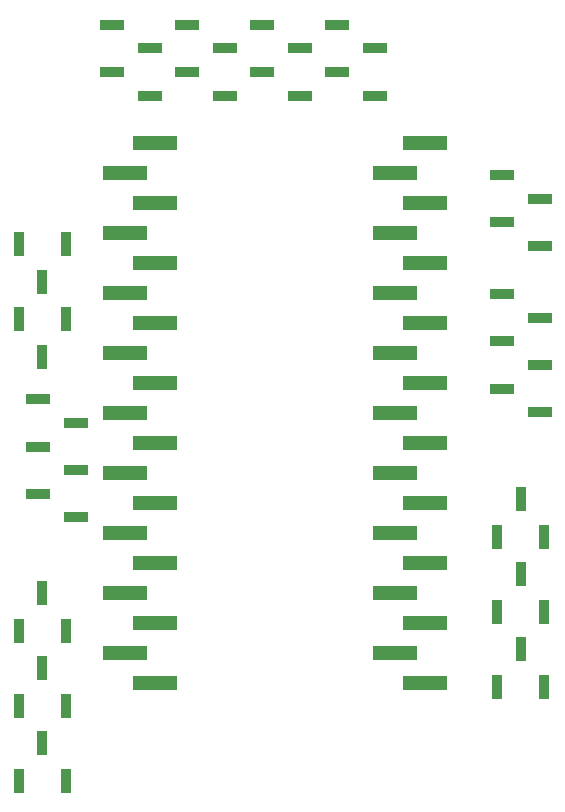
<source format=gbr>
%TF.GenerationSoftware,KiCad,Pcbnew,9.0.5*%
%TF.CreationDate,2025-12-13T17:10:17-05:00*%
%TF.ProjectId,esp32_breakout,65737033-325f-4627-9265-616b6f75742e,rev?*%
%TF.SameCoordinates,Original*%
%TF.FileFunction,Paste,Top*%
%TF.FilePolarity,Positive*%
%FSLAX46Y46*%
G04 Gerber Fmt 4.6, Leading zero omitted, Abs format (unit mm)*
G04 Created by KiCad (PCBNEW 9.0.5) date 2025-12-13 17:10:17*
%MOMM*%
%LPD*%
G01*
G04 APERTURE LIST*
%ADD10R,0.900000X2.000000*%
%ADD11R,3.810000X1.270000*%
%ADD12R,2.000000X0.900000*%
G04 APERTURE END LIST*
D10*
%TO.C,A4*%
X6445000Y-66040000D03*
X4445000Y-62840000D03*
X2445000Y-66040000D03*
%TD*%
%TO.C,A3*%
X6445000Y-59690000D03*
X4445000Y-56490000D03*
X2445000Y-59690000D03*
%TD*%
%TO.C,A2*%
X6445000Y-53340000D03*
X4445000Y-50140000D03*
X2445000Y-53340000D03*
%TD*%
D11*
%TO.C,U1*%
X13970000Y-12065000D03*
X11430000Y-14605000D03*
X13970000Y-17145000D03*
X11430000Y-19685000D03*
X13970000Y-22225000D03*
X11430000Y-24765000D03*
X13970000Y-27305000D03*
X11430000Y-29845000D03*
X13970000Y-32385000D03*
X11430000Y-34925000D03*
X13970000Y-37465000D03*
X11430000Y-40005000D03*
X13970000Y-42545000D03*
X11430000Y-45085000D03*
X13970000Y-47625000D03*
X11430000Y-50165000D03*
X13970000Y-52705000D03*
X11430000Y-55245000D03*
X13970000Y-57785000D03*
X36830000Y-12065000D03*
X34290000Y-14605000D03*
X36830000Y-17145000D03*
X34290000Y-19685000D03*
X36830000Y-22225000D03*
X34290000Y-24765000D03*
X36830000Y-27305000D03*
X34290000Y-29845000D03*
X36830000Y-32385000D03*
X34290000Y-34925000D03*
X36830000Y-37465000D03*
X34290000Y-40005000D03*
X36830000Y-42545000D03*
X34290000Y-45085000D03*
X36830000Y-47625000D03*
X34290000Y-50165000D03*
X36830000Y-52705000D03*
X34290000Y-55245000D03*
X36830000Y-57785000D03*
%TD*%
D12*
%TO.C,J16*%
X7315000Y-43735000D03*
X4115000Y-41735000D03*
X7315000Y-39735000D03*
X4115000Y-37735000D03*
X7315000Y-35735000D03*
X4115000Y-33735000D03*
%TD*%
D10*
%TO.C,J15*%
X6445000Y-26975000D03*
X4445000Y-30175000D03*
X2445000Y-26975000D03*
%TD*%
%TO.C,J14*%
X6445000Y-20625000D03*
X4445000Y-23825000D03*
X2445000Y-20625000D03*
%TD*%
D12*
%TO.C,J12*%
X43334520Y-24823617D03*
X46534520Y-26823617D03*
X43334520Y-28823617D03*
X46534520Y-30823617D03*
X43334520Y-32823617D03*
X46534520Y-34823617D03*
%TD*%
%TO.C,J10*%
X46534520Y-20758617D03*
X43334520Y-18758617D03*
X46534520Y-16758617D03*
X43334520Y-14758617D03*
%TD*%
%TO.C,I2C3*%
X10315000Y-2030000D03*
X13515000Y-4030000D03*
X10315000Y-6030000D03*
X13515000Y-8030000D03*
%TD*%
%TO.C,I2C4*%
X16665000Y-2030000D03*
X19865000Y-4030000D03*
X16665000Y-6030000D03*
X19865000Y-8030000D03*
%TD*%
%TO.C,I2C2*%
X23015000Y-2030000D03*
X26215000Y-4030000D03*
X23015000Y-6030000D03*
X26215000Y-8030000D03*
%TD*%
%TO.C,I2C1*%
X29365000Y-2030000D03*
X32565000Y-4030000D03*
X29365000Y-6030000D03*
X32565000Y-8030000D03*
%TD*%
D10*
%TO.C,A1*%
X42934520Y-58093617D03*
X44934520Y-54893617D03*
X46934520Y-58093617D03*
%TD*%
%TO.C,X2*%
X42934520Y-51743617D03*
X44934520Y-48543617D03*
X46934520Y-51743617D03*
%TD*%
%TO.C,X1*%
X42934520Y-45393617D03*
X44934520Y-42193617D03*
X46934520Y-45393617D03*
%TD*%
M02*

</source>
